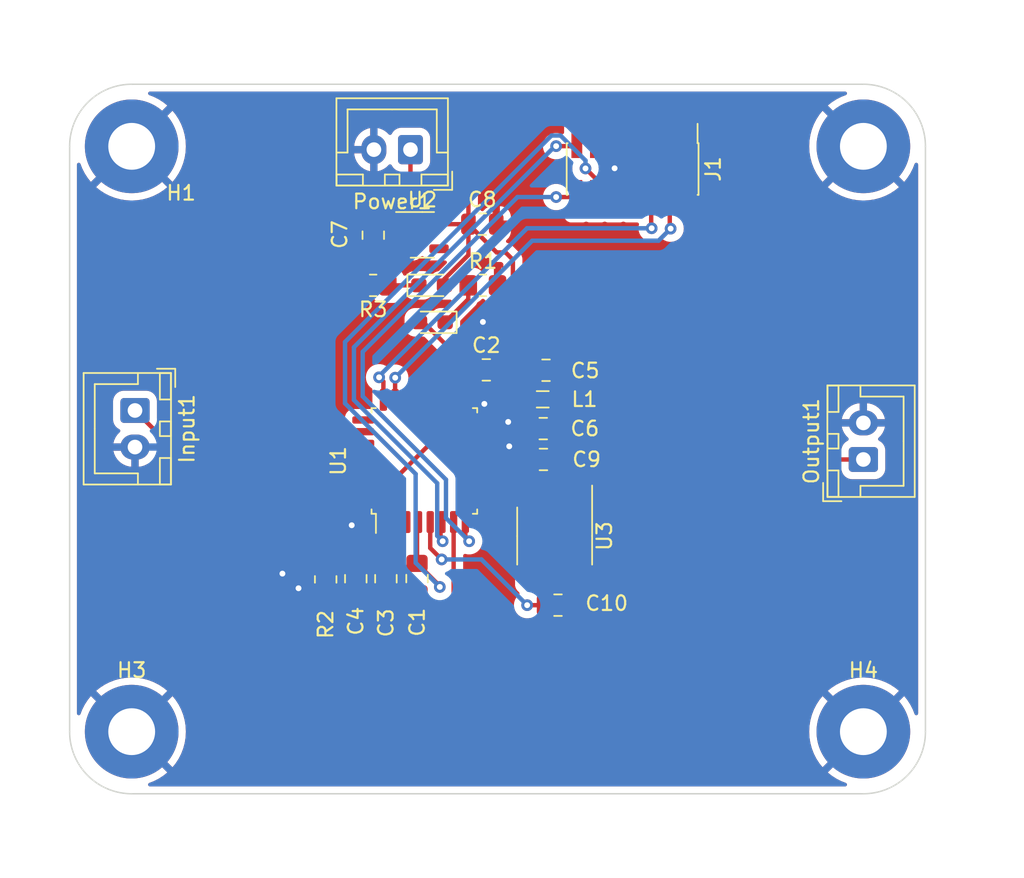
<source format=kicad_pcb>
(kicad_pcb (version 20221018) (generator pcbnew)
  (layers (0 "F.Cu" signal) (31 "B.Cu" signal) (34 "B.Paste" user) (35 "F.Paste" user) (36 "B.SilkS" user "B.Silkscreen") (37 "F.SilkS" user "F.Silkscreen") (38 "B.Mask" user) (39 "F.Mask" user) (44 "Edge.Cuts" user))
  (net 0 "")
  (net 1 "NRST")
  (net 2 "GND")
  (net 3 "+3V3")
  (net 4 "+3.3VA")
  (net 5 "+5V")
  (net 6 "Net-(D1-K)")
  (net 7 "LED_STATUS")
  (net 8 "Net-(D2-K)")
  (net 9 "DAC_OUT")
  (net 10 "ADC_IN1")
  (net 13 "SWDIO")
  (net 14 "SWDCLK")
  (net 18 "USART2_RX")
  (net 19 "USART2_TX")
  (net 20 "Net-(U1-PB9)")
  (net 23 "DAC_nLDAC")
  (net 24 "DAC_nCS")
  (net 25 "SPI1_SCK")
  (net 27 "SPI1_MOSI")
  (footprint "Capacitor_SMD:C_0805_2012Metric_Pad1.18x1.45mm_HandSolder" (layer "F.Cu") (at 110.3716 86.5477 -90)
    (fp_text reference "C3" (at 3.0187 0 90) (layer "F.SilkS"))
    (fp_text value "100n")
    (fp_line (start -0.261252 -0.735) (end 0.261252 -0.735) (stroke (width 0.12)) (layer "F.SilkS"))
    (fp_line (start -0.261252 0.735) (end 0.261252 0.735) (stroke (width 0.12)) (layer "F.SilkS"))
    (pad "1" smd roundrect (at -1.0375 0 270) (size 1.175 1.45) (layers "F.Cu" "F.Paste" "F.Mask") (roundrect_rratio 0.212766) (net 3 "+3V3"))
    (pad "2" smd roundrect (at 1.0375 0 270) (size 1.175 1.45) (layers "F.Cu" "F.Paste" "F.Mask") (roundrect_rratio 0.212766) (net 2 "GND"))
  )
  (footprint "Capacitor_SMD:C_0805_2012Metric_Pad1.18x1.45mm_HandSolder" (layer "F.Cu") (at 117.2335 72.2768)
    (fp_text reference "C2" (at 0 -1.68) (layer "F.SilkS"))
    (fp_text value "4u7")
    (fp_line (start -0.261252 -0.735) (end 0.261252 -0.735) (stroke (width 0.12)) (layer "F.SilkS"))
    (fp_line (start -0.261252 0.735) (end 0.261252 0.735) (stroke (width 0.12)) (layer "F.SilkS"))
    (pad "1" smd roundrect (at -1.0375 0) (size 1.175 1.45) (layers "F.Cu" "F.Paste" "F.Mask") (roundrect_rratio 0.212766) (net 3 "+3V3"))
    (pad "2" smd roundrect (at 1.0375 0) (size 1.175 1.45) (layers "F.Cu" "F.Paste" "F.Mask") (roundrect_rratio 0.212766) (net 2 "GND"))
  )
  (footprint "Capacitor_SMD:C_0805_2012Metric_Pad1.18x1.45mm_HandSolder" (layer "F.Cu") (at 112.5 86.5375 -90)
    (fp_text reference "C1" (at 2.9859 -0.0052 90) (layer "F.SilkS"))
    (fp_text value "100n")
    (fp_line (start -0.261252 -0.735) (end 0.261252 -0.735) (stroke (width 0.12)) (layer "F.SilkS"))
    (fp_line (start -0.261252 0.735) (end 0.261252 0.735) (stroke (width 0.12)) (layer "F.SilkS"))
    (pad "1" smd roundrect (at -1.0375 0 270) (size 1.175 1.45) (layers "F.Cu" "F.Paste" "F.Mask") (roundrect_rratio 0.212766) (net 1 "NRST"))
    (pad "2" smd roundrect (at 1.0375 0 270) (size 1.175 1.45) (layers "F.Cu" "F.Paste" "F.Mask") (roundrect_rratio 0.212766) (net 2 "GND"))
  )
  (footprint "Capacitor_SMD:C_0805_2012Metric_Pad1.18x1.45mm_HandSolder" (layer "F.Cu") (at 121.1373 78.3982 180)
    (fp_text reference "C9" (at -2.9503 0) (layer "F.SilkS"))
    (fp_text value "100n")
    (fp_line (start -0.261252 -0.735) (end 0.261252 -0.735) (stroke (width 0.12)) (layer "F.SilkS"))
    (fp_line (start -0.261252 0.735) (end 0.261252 0.735) (stroke (width 0.12)) (layer "F.SilkS"))
    (pad "1" smd roundrect (at -1.0375 0 180) (size 1.175 1.45) (layers "F.Cu" "F.Paste" "F.Mask") (roundrect_rratio 0.212766) (net 4 "+3.3VA"))
    (pad "2" smd roundrect (at 1.0375 0 180) (size 1.175 1.45) (layers "F.Cu" "F.Paste" "F.Mask") (roundrect_rratio 0.212766) (net 2 "GND"))
  )
  (footprint "Capacitor_SMD:C_0805_2012Metric_Pad1.18x1.45mm_HandSolder" (layer "F.Cu") (at 121.1247 76.2888 180)
    (fp_text reference "C6" (at -2.8409 0) (layer "F.SilkS"))
    (fp_text value "100n")
    (fp_line (start -0.261252 -0.735) (end 0.261252 -0.735) (stroke (width 0.12)) (layer "F.SilkS"))
    (fp_line (start -0.261252 0.735) (end 0.261252 0.735) (stroke (width 0.12)) (layer "F.SilkS"))
    (pad "1" smd roundrect (at -1.0375 0 180) (size 1.175 1.45) (layers "F.Cu" "F.Paste" "F.Mask") (roundrect_rratio 0.212766) (net 4 "+3.3VA"))
    (pad "2" smd roundrect (at 1.0375 0 180) (size 1.175 1.45) (layers "F.Cu" "F.Paste" "F.Mask") (roundrect_rratio 0.212766) (net 2 "GND"))
  )
  (footprint "MountingHole:MountingHole_3.2mm_M3_Pad" (layer "F.Cu") (at 93 97)
    (fp_text reference "H3" (at 0 -4.2) (layer "F.SilkS"))
    (fp_text value "MountingHole_Pad")
    (pad "1" thru_hole circle (at 0 0) (size 6.4 6.4) (drill 3.2) (layers "*.Cu" "*.Mask") (net 2 "GND"))
  )
  (footprint "MountingHole:MountingHole_3.2mm_M3_Pad" (layer "F.Cu") (at 143 97)
    (fp_text reference "H4" (at 0 -4.2) (layer "F.SilkS"))
    (fp_text value "MountingHole_Pad")
    (pad "1" thru_hole circle (at 0 0) (size 6.4 6.4) (drill 3.2) (layers "*.Cu" "*.Mask") (net 2 "GND"))
  )
  (footprint "MountingHole:MountingHole_3.2mm_M3_Pad" (layer "F.Cu") (at 93 57)
    (fp_text reference "H1" (at 3.3762 3.1864) (layer "F.SilkS"))
    (fp_text value "MountingHole_Pad")
    (pad "1" thru_hole circle (at 0 0) (size 6.4 6.4) (drill 3.2) (layers "*.Cu" "*.Mask") (net 2 "GND"))
  )
  (footprint "Capacitor_SMD:C_0805_2012Metric_Pad1.18x1.45mm_HandSolder" (layer "F.Cu") (at 108.3142 86.5477 -90)
    (fp_text reference "C4" (at 2.8995 0 90) (layer "F.SilkS"))
    (fp_text value "100n")
    (fp_line (start -0.261252 -0.735) (end 0.261252 -0.735) (stroke (width 0.12)) (layer "F.SilkS"))
    (fp_line (start -0.261252 0.735) (end 0.261252 0.735) (stroke (width 0.12)) (layer "F.SilkS"))
    (pad "1" smd roundrect (at -1.0375 0 270) (size 1.175 1.45) (layers "F.Cu" "F.Paste" "F.Mask") (roundrect_rratio 0.212766) (net 3 "+3V3"))
    (pad "2" smd roundrect (at 1.0375 0 270) (size 1.175 1.45) (layers "F.Cu" "F.Paste" "F.Mask") (roundrect_rratio 0.212766) (net 2 "GND"))
  )
  (footprint "Inductor_SMD:L_0805_2012Metric_Pad1.05x1.20mm_HandSolder" (layer "F.Cu") (at 121.0882 74.2888)
    (fp_text reference "L1" (at 2.85 0) (layer "F.SilkS"))
    (fp_text value "39n")
    (fp_line (start -0.410242 -0.56) (end 0.410242 -0.56) (stroke (width 0.12)) (layer "F.SilkS"))
    (fp_line (start -0.410242 0.56) (end 0.410242 0.56) (stroke (width 0.12)) (layer "F.SilkS"))
    (pad "1" smd roundrect (at -1.15 0) (size 1.05 1.2) (layers "F.Cu" "F.Paste" "F.Mask") (roundrect_rratio 0.238095) (net 3 "+3V3"))
    (pad "2" smd roundrect (at 1.15 0) (size 1.05 1.2) (layers "F.Cu" "F.Paste" "F.Mask") (roundrect_rratio 0.238095) (net 4 "+3.3VA"))
  )
  (footprint "Connector_JST:JST_XH_B2B-XH-A_1x02_P2.50mm_Vertical" (layer "F.Cu") (at 143 78.4 90)
    (fp_text reference "Output1" (at 1.25 -3.55 90) (layer "F.SilkS"))
    (fp_text value "Conn_01x02")
    (fp_line (start -2.85 -2.75) (end -2.85 -1.5) (stroke (width 0.12)) (layer "F.SilkS"))
    (fp_line (start -2.56 -2.46) (end -2.56 3.51) (stroke (width 0.12)) (layer "F.SilkS"))
    (fp_line (start -2.56 3.51) (end 5.06 3.51) (stroke (width 0.12)) (layer "F.SilkS"))
    (fp_line (start -2.55 -2.45) (end -2.55 -1.7) (stroke (width 0.12)) (layer "F.SilkS"))
    (fp_line (start -2.55 -1.7) (end -0.75 -1.7) (stroke (width 0.12)) (layer "F.SilkS"))
    (fp_line (start -2.55 -0.2) (end -1.8 -0.2) (stroke (width 0.12)) (layer "F.SilkS"))
    (fp_line (start -1.8 -0.2) (end -1.8 2.75) (stroke (width 0.12)) (layer "F.SilkS"))
    (fp_line (start -1.8 2.75) (end 1.25 2.75) (stroke (width 0.12)) (layer "F.SilkS"))
    (fp_line (start -1.6 -2.75) (end -2.85 -2.75) (stroke (width 0.12)) (layer "F.SilkS"))
    (fp_line (start -0.75 -2.45) (end -2.55 -2.45) (stroke (width 0.12)) (layer "F.SilkS"))
    (fp_line (start -0.75 -1.7) (end -0.75 -2.45) (stroke (width 0.12)) (layer "F.SilkS"))
    (fp_line (start 0.75 -2.45) (end 0.75 -1.7) (stroke (width 0.12)) (layer "F.SilkS"))
    (fp_line (start 0.75 -1.7) (end 1.75 -1.7) (stroke (width 0.12)) (layer "F.SilkS"))
    (fp_line (start 1.75 -2.45) (end 0.75 -2.45) (stroke (width 0.12)) (layer "F.SilkS"))
    (fp_line (start 1.75 -1.7) (end 1.75 -2.45) (stroke (width 0.12)) (layer "F.SilkS"))
    (fp_line (start 3.25 -2.45) (end 3.25 -1.7) (stroke (width 0.12)) (layer "F.SilkS"))
    (fp_line (start 3.25 -1.7) (end 5.05 -1.7) (stroke (width 0.12)) (layer "F.SilkS"))
    (fp_line (start 4.3 -0.2) (end 4.3 2.75) (stroke (width 0.12)) (layer "F.SilkS"))
    (fp_line (start 4.3 2.75) (end 1.25 2.75) (stroke (width 0.12)) (layer "F.SilkS"))
    (fp_line (start 5.05 -2.45) (end 3.25 -2.45) (stroke (width 0.12)) (layer "F.SilkS"))
    (fp_line (start 5.05 -1.7) (end 5.05 -2.45) (stroke (width 0.12)) (layer "F.SilkS"))
    (fp_line (start 5.05 -0.2) (end 4.3 -0.2) (stroke (width 0.12)) (layer "F.SilkS"))
    (fp_line (start 5.06 -2.46) (end -2.56 -2.46) (stroke (width 0.12)) (layer "F.SilkS"))
    (fp_line (start 5.06 3.51) (end 5.06 -2.46) (stroke (width 0.12)) (layer "F.SilkS"))
    (pad "1" thru_hole roundrect (at 0 0 90) (size 1.7 2) (drill 1) (layers "*.Cu" "*.Mask") (roundrect_rratio 0.147059) (net 9 "DAC_OUT"))
    (pad "2" thru_hole oval (at 2.5 0 90) (size 1.7 2) (drill 1) (layers "*.Cu" "*.Mask") (net 2 "GND"))
  )
  (footprint "Capacitor_SMD:C_0805_2012Metric" (layer "F.Cu") (at 109.508 63.0718 -90)
    (fp_text reference "C7" (at -0.0442 2.294 90) (layer "F.SilkS"))
    (fp_text value "1u")
    (fp_line (start -0.261252 -0.735) (end 0.261252 -0.735) (stroke (width 0.12)) (layer "F.SilkS"))
    (fp_line (start -0.261252 0.735) (end 0.261252 0.735) (stroke (width 0.12)) (layer "F.SilkS"))
    (pad "1" smd roundrect (at -0.95 0 270) (size 1 1.45) (layers "F.Cu" "F.Paste" "F.Mask") (net 5 "+5V"))
    (pad "2" smd roundrect (at 0.95 0 270) (size 1 1.45) (layers "F.Cu" "F.Paste" "F.Mask") (net 2 "GND"))
  )
  (footprint "Connector_PinHeader_1.27mm:PinHeader_2x07_P1.27mm_Vertical_SMD" (layer "F.Cu") (at 127.23 58.55 -90)
    (fp_text reference "J1" (at 0 -5.505 90) (layer "F.SilkS"))
    (fp_text value "Conn_02x07_Odd_Even")
    (fp_line (start -3.09 -4.44) (end -1.765 -4.44) (stroke (width 0.12)) (layer "F.SilkS"))
    (fp_line (start -1.765 -4.505) (end -1.765 -4.44) (stroke (width 0.12)) (layer "F.SilkS"))
    (fp_line (start -1.765 -4.505) (end 1.765 -4.505) (stroke (width 0.12)) (layer "F.SilkS"))
    (fp_line (start -1.765 4.44) (end -1.765 4.505) (stroke (width 0.12)) (layer "F.SilkS"))
    (fp_line (start -1.765 4.505) (end 1.765 4.505) (stroke (width 0.12)) (layer "F.SilkS"))
    (fp_line (start 1.765 -4.505) (end 1.765 -4.44) (stroke (width 0.12)) (layer "F.SilkS"))
    (fp_line (start 1.765 4.44) (end 1.765 4.505) (stroke (width 0.12)) (layer "F.SilkS"))
    (pad "1" smd rect (at -1.95 -3.81 270) (size 2.4 0.74) (layers "F.Cu" "F.Paste" "F.Mask"))
    (pad "2" smd rect (at 1.95 -3.81 270) (size 2.4 0.74) (layers "F.Cu" "F.Paste" "F.Mask"))
    (pad "3" smd rect (at -1.95 -2.54 270) (size 2.4 0.74) (layers "F.Cu" "F.Paste" "F.Mask") (net 3 "+3V3"))
    (pad "4" smd rect (at 1.95 -2.54 270) (size 2.4 0.74) (layers "F.Cu" "F.Paste" "F.Mask") (net 13 "SWDIO"))
    (pad "5" smd rect (at -1.95 -1.27 270) (size 2.4 0.74) (layers "F.Cu" "F.Paste" "F.Mask") (net 2 "GND"))
    (pad "6" smd rect (at 1.95 -1.27 270) (size 2.4 0.74) (layers "F.Cu" "F.Paste" "F.Mask") (net 14 "SWDCLK"))
    (pad "7" smd rect (at -1.95 0 270) (size 2.4 0.74) (layers "F.Cu" "F.Paste" "F.Mask") (net 2 "GND"))
    (pad "8" smd rect (at 1.95 0 270) (size 2.4 0.74) (layers "F.Cu" "F.Paste" "F.Mask"))
    (pad "9" smd rect (at -1.95 1.27 270) (size 2.4 0.74) (layers "F.Cu" "F.Paste" "F.Mask"))
    (pad "10" smd rect (at 1.95 1.27 270) (size 2.4 0.74) (layers "F.Cu" "F.Paste" "F.Mask"))
    (pad "11" smd rect (at -1.95 2.54 270) (size 2.4 0.74) (layers "F.Cu" "F.Paste" "F.Mask") (net 2 "GND"))
    (pad "12" smd rect (at 1.95 2.54 270) (size 2.4 0.74) (layers "F.Cu" "F.Paste" "F.Mask") (net 1 "NRST"))
    (pad "13" smd rect (at -1.95 3.81 270) (size 2.4 0.74) (layers "F.Cu" "F.Paste" "F.Mask") (net 18 "USART2_RX"))
    (pad "14" smd rect (at 1.95 3.81 270) (size 2.4 0.74) (layers "F.Cu" "F.Paste" "F.Mask") (net 19 "USART2_TX"))
  )
  (footprint "Package_TO_SOT_SMD:SOT-23-5" (layer "F.Cu") (at 112.8625 63.05)
    (fp_text reference "U2" (at 0 -2.4) (layer "F.SilkS"))
    (fp_text value "BU33SD5WG-TR")
    (fp_line (start 0 -1.56) (end -1.8 -1.56) (stroke (width 0.12)) (layer "F.SilkS"))
    (fp_line (start 0 -1.56) (end 0.8 -1.56) (stroke (width 0.12)) (layer "F.SilkS"))
    (fp_line (start 0 1.56) (end -0.8 1.56) (stroke (width 0.12)) (layer "F.SilkS"))
    (fp_line (start 0 1.56) (end 0.8 1.56) (stroke (width 0.12)) (layer "F.SilkS"))
    (pad "1" smd roundrect (at -1.1375 -0.95) (size 1.325 0.6) (layers "F.Cu" "F.Paste" "F.Mask") (net 5 "+5V"))
    (pad "2" smd roundrect (at -1.1375 0) (size 1.325 0.6) (layers "F.Cu" "F.Paste" "F.Mask") (net 2 "GND"))
    (pad "3" smd roundrect (at -1.1375 0.95) (size 1.325 0.6) (layers "F.Cu" "F.Paste" "F.Mask") (net 5 "+5V"))
    (pad "4" smd roundrect (at 1.1375 0.95) (size 1.325 0.6) (layers "F.Cu" "F.Paste" "F.Mask"))
    (pad "5" smd roundrect (at 1.1375 -0.95) (size 1.325 0.6) (layers "F.Cu" "F.Paste" "F.Mask") (net 3 "+3V3"))
  )
  (footprint "Connector_JST:JST_XH_B2B-XH-A_1x02_P2.50mm_Vertical" (layer "F.Cu") (at 112.05 57.225 180)
    (fp_text reference "Power1" (at 1.25 -3.55 180) (layer "F.SilkS"))
    (fp_text value "Conn_01x02")
    (fp_line (start -2.85 -2.75) (end -2.85 -1.5) (stroke (width 0.12)) (layer "F.SilkS"))
    (fp_line (start -2.56 -2.46) (end -2.56 3.51) (stroke (width 0.12)) (layer "F.SilkS"))
    (fp_line (start -2.56 3.51) (end 5.06 3.51) (stroke (width 0.12)) (layer "F.SilkS"))
    (fp_line (start -2.55 -2.45) (end -2.55 -1.7) (stroke (width 0.12)) (layer "F.SilkS"))
    (fp_line (start -2.55 -1.7) (end -0.75 -1.7) (stroke (width 0.12)) (layer "F.SilkS"))
    (fp_line (start -2.55 -0.2) (end -1.8 -0.2) (stroke (width 0.12)) (layer "F.SilkS"))
    (fp_line (start -1.8 -0.2) (end -1.8 2.75) (stroke (width 0.12)) (layer "F.SilkS"))
    (fp_line (start -1.8 2.75) (end 1.25 2.75) (stroke (width 0.12)) (layer "F.SilkS"))
    (fp_line (start -1.6 -2.75) (end -2.85 -2.75) (stroke (width 0.12)) (layer "F.SilkS"))
    (fp_line (start -0.75 -2.45) (end -2.55 -2.45) (stroke (width 0.12)) (layer "F.SilkS"))
    (fp_line (start -0.75 -1.7) (end -0.75 -2.45) (stroke (width 0.12)) (layer "F.SilkS"))
    (fp_line (start 0.75 -2.45) (end 0.75 -1.7) (stroke (width 0.12)) (layer "F.SilkS"))
    (fp_line (start 0.75 -1.7) (end 1.75 -1.7) (stroke (width 0.12)) (layer "F.SilkS"))
    (fp_line (start 1.75 -2.45) (end 0.75 -2.45) (stroke (width 0.12)) (layer "F.SilkS"))
    (fp_line (start 1.75 -1.7) (end 1.75 -2.45) (stroke (width 0.12)) (layer "F.SilkS"))
    (fp_line (start 3.25 -2.45) (end 3.25 -1.7) (stroke (width 0.12)) (layer "F.SilkS"))
    (fp_line (start 3.25 -1.7) (end 5.05 -1.7) (stroke (width 0.12)) (layer "F.SilkS"))
    (fp_line (start 4.3 -0.2) (end 4.3 2.75) (stroke (width 0.12)) (layer "F.SilkS"))
    (fp_line (start 4.3 2.75) (end 1.25 2.75) (stroke (width 0.12)) (layer "F.SilkS"))
    (fp_line (start 5.05 -2.45) (end 3.25 -2.45) (stroke (width 0.12)) (layer "F.SilkS"))
    (fp_line (start 5.05 -1.7) (end 5.05 -2.45) (stroke (width 0.12)) (layer "F.SilkS"))
    (fp_line (start 5.05 -0.2) (end 4.3 -0.2) (stroke (width 0.12)) (layer "F.SilkS"))
    (fp_line (start 5.06 -2.46) (end -2.56 -2.46) (stroke (width 0.12)) (layer "F.SilkS"))
    (fp_line (start 5.06 3.51) (end 5.06 -2.46) (stroke (width 0.12)) (layer "F.SilkS"))
    (pad "1" thru_hole roundrect (at 0 0 180) (size 1.7 2) (drill 1) (layers "*.Cu" "*.Mask") (roundrect_rratio 0.147059) (net 5 "+5V"))
    (pad "2" thru_hole oval (at 2.5 0 180) (size 1.7 2) (drill 1) (layers "*.Cu" "*.Mask") (net 2 "GND"))
  )
  (footprint "Capacitor_SMD:C_0805_2012Metric" (layer "F.Cu") (at 121.3138 72.3022 180)
    (fp_text reference "C5" (at -2.6772 -0.0254) (layer "F.SilkS"))
    (fp_text value "1u")
    (fp_line (start -0.261252 -0.735) (end 0.261252 -0.735) (stroke (width 0.12)) (layer "F.SilkS"))
    (fp_line (start -0.261252 0.735) (end 0.261252 0.735) (stroke (width 0.12)) (layer "F.SilkS"))
    (pad "1" smd roundrect (at -0.95 0 180) (size 1 1.45) (layers "F.Cu" "F.Paste" "F.Mask") (net 4 "+3.3VA"))
    (pad "2" smd roundrect (at 0.95 0 180) (size 1 1.45) (layers "F.Cu" "F.Paste" "F.Mask") (net 2 "GND"))
  )
  (footprint "Resistor_SMD:R_0805_2012Metric_Pad1.20x1.40mm_HandSolder" (layer "F.Cu") (at 106.2568 86.593 -90)
    (fp_text reference "R2" (at 3.0828 0 90) (layer "F.SilkS"))
    (fp_text value "1k")
    (fp_line (start -0.227064 -0.735) (end 0.227064 -0.735) (stroke (width 0.12)) (layer "F.SilkS"))
    (fp_line (start -0.227064 0.735) (end 0.227064 0.735) (stroke (width 0.12)) (layer "F.SilkS"))
    (pad "1" smd roundrect (at -1 0 270) (size 1.2 1.4) (layers "F.Cu" "F.Paste" "F.Mask") (roundrect_rratio 0.208333) (net 20 "Net-(U1-PB9)"))
    (pad "2" smd roundrect (at 1 0 270) (size 1.2 1.4) (layers "F.Cu" "F.Paste" "F.Mask") (roundrect_rratio 0.208333) (net 2 "GND"))
  )
  (footprint "Resistor_SMD:R_0805_2012Metric_Pad1.20x1.40mm_HandSolder" (layer "F.Cu") (at 109.5 66.5 180)
    (fp_text reference "R3" (at 0 -1.65) (layer "F.SilkS"))
    (fp_text value "1k")
    (fp_line (start -0.227064 -0.735) (end 0.227064 -0.735) (stroke (width 0.12)) (layer "F.SilkS"))
    (fp_line (start -0.227064 0.735) (end 0.227064 0.735) (stroke (width 0.12)) (layer "F.SilkS"))
    (pad "1" smd roundrect (at -1 0 180) (size 1.2 1.4) (layers "F.Cu" "F.Paste" "F.Mask") (roundrect_rratio 0.208333) (net 8 "Net-(D2-K)"))
    (pad "2" smd roundrect (at 1 0 180) (size 1.2 1.4) (layers "F.Cu" "F.Paste" "F.Mask") (roundrect_rratio 0.208333) (net 2 "GND"))
  )
  (footprint "Package_SO:SOIC-8_3.9x4.9mm_P1.27mm" (layer "F.Cu") (at 121.9032 83.6306 -90)
    (fp_text reference "U3" (at 0 -3.4 90) (layer "F.SilkS"))
    (fp_text value "MCP4801-EMC")
    (fp_line (start 0 -2.56) (end -3.45 -2.56) (stroke (width 0.12)) (layer "F.SilkS"))
    (fp_line (start 0 -2.56) (end 1.95 -2.56) (stroke (width 0.12)) (layer "F.SilkS"))
    (fp_line (start 0 2.56) (end -1.95 2.56) (stroke (width 0.12)) (layer "F.SilkS"))
    (fp_line (start 0 2.56) (end 1.95 2.56) (stroke (width 0.12)) (layer "F.SilkS"))
    (pad "1" smd roundrect (at -2.475 -1.905 270) (size 1.95 0.6) (layers "F.Cu" "F.Paste" "F.Mask") (net 4 "+3.3VA"))
    (pad "2" smd roundrect (at -2.475 -0.635 270) (size 1.95 0.6) (layers "F.Cu" "F.Paste" "F.Mask") (net 24 "DAC_nCS"))
    (pad "3" smd roundrect (at -2.475 0.635 270) (size 1.95 0.6) (layers "F.Cu" "F.Paste" "F.Mask") (net 25 "SPI1_SCK"))
    (pad "4" smd roundrect (at -2.475 1.905 270) (size 1.95 0.6) (layers "F.Cu" "F.Paste" "F.Mask") (net 27 "SPI1_MOSI"))
    (pad "5" smd roundrect (at 2.475 1.905 270) (size 1.95 0.6) (layers "F.Cu" "F.Paste" "F.Mask") (net 23 "DAC_nLDAC"))
    (pad "6" smd roundrect (at 2.475 0.635 270) (size 1.95 0.6) (layers "F.Cu" "F.Paste" "F.Mask") (net 4 "+3.3VA"))
    (pad "7" smd roundrect (at 2.475 -0.635 270) (size 1.95 0.6) (layers "F.Cu" "F.Paste" "F.Mask") (net 2 "GND"))
    (pad "8" smd roundrect (at 2.475 -1.905 270) (size 1.95 0.6) (layers "F.Cu" "F.Paste" "F.Mask") (net 9 "DAC_OUT"))
  )
  (footprint "Connector_JST:JST_XH_B2B-XH-A_1x02_P2.50mm_Vertical" (layer "F.Cu") (at 93.225 75.05 -90)
    (fp_text reference "Input1" (at 1.25 -3.55 -90) (layer "F.SilkS"))
    (fp_text value "Conn_01x02")
    (fp_line (start -2.85 -2.75) (end -2.85 -1.5) (stroke (width 0.12)) (layer "F.SilkS"))
    (fp_line (start -2.56 -2.46) (end -2.56 3.51) (stroke (width 0.12)) (layer "F.SilkS"))
    (fp_line (start -2.56 3.51) (end 5.06 3.51) (stroke (width 0.12)) (layer "F.SilkS"))
    (fp_line (start -2.55 -2.45) (end -2.55 -1.7) (stroke (width 0.12)) (layer "F.SilkS"))
    (fp_line (start -2.55 -1.7) (end -0.75 -1.7) (stroke (width 0.12)) (layer "F.SilkS"))
    (fp_line (start -2.55 -0.2) (end -1.8 -0.2) (stroke (width 0.12)) (layer "F.SilkS"))
    (fp_line (start -1.8 -0.2) (end -1.8 2.75) (stroke (width 0.12)) (layer "F.SilkS"))
    (fp_line (start -1.8 2.75) (end 1.25 2.75) (stroke (width 0.12)) (layer "F.SilkS"))
    (fp_line (start -1.6 -2.75) (end -2.85 -2.75) (stroke (width 0.12)) (layer "F.SilkS"))
    (fp_line (start -0.75 -2.45) (end -2.55 -2.45) (stroke (width 0.12)) (layer "F.SilkS"))
    (fp_line (start -0.75 -1.7) (end -0.75 -2.45) (stroke (width 0.12)) (layer "F.SilkS"))
    (fp_line (start 0.75 -2.45) (end 0.75 -1.7) (stroke (width 0.12)) (layer "F.SilkS"))
    (fp_line (start 0.75 -1.7) (end 1.75 -1.7) (stroke (width 0.12)) (layer "F.SilkS"))
    (fp_line (start 1.75 -2.45) (end 0.75 -2.45) (stroke (width 0.12)) (layer "F.SilkS"))
    (fp_line (start 1.75 -1.7) (end 1.75 -2.45) (stroke (width 0.12)) (layer "F.SilkS"))
    (fp_line (start 3.25 -2.45) (end 3.25 -1.7) (stroke (width 0.12)) (layer "F.SilkS"))
    (fp_line (start 3.25 -1.7) (end 5.05 -1.7) (stroke (width 0.12)) (layer "F.SilkS"))
    (fp_line (start 4.3 -0.2) (end 4.3 2.75) (stroke (width 0.12)) (layer "F.SilkS"))
    (fp_line (start 4.3 2.75) (end 1.25 2.75) (stroke (width 0.12)) (layer "F.SilkS"))
    (fp_line (start 5.05 -2.45) (end 3.25 -2.45) (stroke (width 0.12)) (layer "F.SilkS"))
    (fp_line (start 5.05 -1.7) (end 5.05 -2.45) (stroke (width 0.12)) (layer "F.SilkS"))
    (fp_line (start 5.05 -0.2) (end 4.3 -0.2) (stroke (width 0.12)) (layer "F.SilkS"))
    (fp_line (start 5.06 -2.46) (end -2.56 -2.46) (stroke (width 0.12)) (layer "F.SilkS"))
    (fp_line (start 5.06 3.51) (end 5.06 -2.46) (stroke (width 0.12)) (layer "F.SilkS"))
    (pad "1" thru_hole roundrect (at 0 0 270) (size 1.7 2) (drill 1) (layers "*.Cu" "*.Mask") (roundrect_rratio 0.147059) (net 10 "ADC_IN1"))
    (pad "2" thru_hole oval (at 2.5 0 270) (size 1.7 2) (drill 1) (layers "*.Cu" "*.Mask") (net 2 "GND"))
  )
  (footprint "Capacitor_SMD:C_0805_2012Metric" (layer "F.Cu") (at 122.1318 88.355)
    (fp_text reference "C10" (at 3.3274 -0.127 180) (layer "F.SilkS"))
    (fp_text value "10u")
    (fp_line (start -0.261252 -0.735) (end 0.261252 -0.735) (stroke (width 0.12)) (layer "F.SilkS"))
    (fp_line (start -0.261252 0.735) (end 0.261252 0.735) (stroke (width 0.12)) (layer "F.SilkS"))
    (pad "1" smd roundrect (at -0.95 0) (size 1 1.45) (layers "F.Cu" "F.Paste" "F.Mask") (net 4 "+3.3VA"))
    (pad "2" smd roundrect (at 0.95 0) (size 1 1.45) (layers "F.Cu" "F.Paste" "F.Mask") (net 2 "GND"))
  )
  (footprint "Capacitor_SMD:C_0805_2012Metric" (layer "F.Cu") (at 116.9604 62.32)
    (fp_text reference "C8" (at 0 -1.68) (layer "F.SilkS"))
    (fp_text value "1u")
    (fp_line (start -0.261252 -0.735) (end 0.261252 -0.735) (stroke (width 0.12)) (layer "F.SilkS"))
    (fp_line (start -0.261252 0.735) (end 0.261252 0.735) (stroke (width 0.12)) (layer "F.SilkS"))
    (pad "1" smd roundrect (at -0.95 0) (size 1 1.45) (layers "F.Cu" "F.Paste" "F.Mask") (net 3 "+3V3"))
    (pad "2" smd roundrect (at 0.95 0) (size 1 1.45) (layers "F.Cu" "F.Paste" "F.Mask") (net 2 "GND"))
  )
  (footprint "LED_SMD:LED_0603_1608Metric_Pad1.05x0.95mm_HandSolder" (layer "F.Cu") (at 113.5 66.5)
    (fp_text reference "D2" hide)
    (fp_text value "LED")
    (fp_line (start -1.66 -0.735) (end -1.66 0.735) (stroke (width 0.12)) (layer "F.SilkS"))
    (fp_line (start -1.66 0.735) (end 0.8 0.735) (stroke (width 0.12)) (layer "F.SilkS"))
    (fp_line (start 0.8 -0.735) (end -1.66 -0.735) (stroke (width 0.12)) (layer "F.SilkS"))
    (pad "1" smd roundrect (at -0.875 0) (size 1.05 0.95) (layers "F.Cu" "F.Paste" "F.Mask") (net 8 "Net-(D2-K)"))
    (pad "2" smd roundrect (at 0.875 0) (size 1.05 0.95) (layers "F.Cu" "F.Paste" "F.Mask") (net 3 "+3V3"))
  )
  (footprint "LED_SMD:LED_0603_1608Metric_Pad1.05x0.95mm_HandSolder" (layer "F.Cu") (at 113.5455 69.0256 180)
    (fp_text reference "D1" hide)
    (fp_text value "LED")
    (fp_line (start -1.66 -0.735) (end -1.66 0.735) (stroke (width 0.12)) (layer "F.SilkS"))
    (fp_line (start -1.66 0.735) (end 0.8 0.735) (stroke (width 0.12)) (layer "F.SilkS"))
    (fp_line (start 0.8 -0.735) (end -1.66 -0.735) (stroke (width 0.12)) (layer "F.SilkS"))
    (pad "1" smd roundrect (at -0.875 0 180) (size 1.05 0.95) (layers "F.Cu" "F.Paste" "F.Mask") (net 6 "Net-(D1-K)"))
    (pad "2" smd roundrect (at 0.875 0 180) (size 1.05 0.95) (layers "F.Cu" "F.Paste" "F.Mask") (net 7 "LED_STATUS"))
  )
  (footprint "MountingHole:MountingHole_3.2mm_M3_Pad" (layer "F.Cu") (at 143 57)
    (fp_text reference "H2" hide)
    (fp_text value "MountingHole_Pad")
    (pad "1" thru_hole circle (at 0 0) (size 6.4 6.4) (drill 3.2) (layers "*.Cu" "*.Mask") (net 2 "GND"))
  )
  (footprint "Resistor_SMD:R_0805_2012Metric_Pad1.20x1.40mm_HandSolder" (layer "F.Cu") (at 117 66.5)
    (fp_text reference "R1" (at 0 -1.65) (layer "F.SilkS"))
    (fp_text value "1k")
    (fp_line (start -0.227064 -0.735) (end 0.227064 -0.735) (stroke (width 0.12)) (layer "F.SilkS"))
    (fp_line (start -0.227064 0.735) (end 0.227064 0.735) (stroke (width 0.12)) (layer "F.SilkS"))
    (pad "1" smd roundrect (at -1 0) (size 1.2 1.4) (layers "F.Cu" "F.Paste" "F.Mask") (roundrect_rratio 0.208333) (net 6 "Net-(D1-K)"))
    (pad "2" smd roundrect (at 1 0) (size 1.2 1.4) (layers "F.Cu" "F.Paste" "F.Mask") (roundrect_rratio 0.208333) (net 2 "GND"))
  )
  (footprint "Package_QFP:LQFP-32_7x7mm_P0.8mm" (layer "F.Cu") (at 113 78.5 90)
    (fp_text reference "U1" (at 0 -5.88 90) (layer "F.SilkS"))
    (fp_text value "STM32L021K4Tx")
    (fp_line (start -3.61 -3.61) (end -3.61 -3.31) (stroke (width 0.12)) (layer "F.SilkS"))
    (fp_line (start -3.61 -3.31) (end -4.925 -3.31) (stroke (width 0.12)) (layer "F.SilkS"))
    (fp_line (start -3.61 3.61) (end -3.61 3.31) (stroke (width 0.12)) (layer "F.SilkS"))
    (fp_line (start -3.31 -3.61) (end -3.61 -3.61) (stroke (width 0.12)) (layer "F.SilkS"))
    (fp_line (start -3.31 3.61) (end -3.61 3.61) (stroke (width 0.12)) (layer "F.SilkS"))
    (fp_line (start 3.31 -3.61) (end 3.61 -3.61) (stroke (width 0.12)) (layer "F.SilkS"))
    (fp_line (start 3.31 3.61) (end 3.61 3.61) (stroke (width 0.12)) (layer "F.SilkS"))
    (fp_line (start 3.61 -3.61) (end 3.61 -3.31) (stroke (width 0.12)) (layer "F.SilkS"))
    (fp_line (start 3.61 3.61) (end 3.61 3.31) (stroke (width 0.12)) (layer "F.SilkS"))
    (pad "1" smd roundrect (at -4.175 -2.8 90) (size 1.5 0.5) (layers "F.Cu" "F.Paste" "F.Mask") (net 3 "+3V3"))
    (pad "2" smd roundrect (at -4.175 -2 90) (size 1.5 0.5) (layers "F.Cu" "F.Paste" "F.Mask"))
    (pad "3" smd roundrect (at -4.175 -1.2 90) (size 1.5 0.5) (layers "F.Cu" "F.Paste" "F.Mask"))
    (pad "4" smd roundrect (at -4.175 -0.4 90) (size 1.5 0.5) (layers "F.Cu" "F.Paste" "F.Mask") (net 1 "NRST"))
    (pad "5" smd roundrect (at -4.175 0.4 90) (size 1.5 0.5) (layers "F.Cu" "F.Paste" "F.Mask") (net 4 "+3.3VA"))
    (pad "6" smd roundrect (at -4.175 1.2 90) (size 1.5 0.5) (layers "F.Cu" "F.Paste" "F.Mask") (net 18 "USART2_RX"))
    (pad "7" smd roundrect (at -4.175 2 90) (size 1.5 0.5) (layers "F.Cu" "F.Paste" "F.Mask") (net 10 "ADC_IN1"))
    (pad "8" smd roundrect (at -4.175 2.8 90) (size 1.5 0.5) (layers "F.Cu" "F.Paste" "F.Mask") (net 19 "USART2_TX"))
    (pad "9" smd roundrect (at -2.8 4.175 90) (size 0.5 1.5) (layers "F.Cu" "F.Paste" "F.Mask") (net 23 "DAC_nLDAC"))
    (pad "10" smd roundrect (at -2 4.175 90) (size 0.5 1.5) (layers "F.Cu" "F.Paste" "F.Mask") (net 24 "DAC_nCS"))
    (pad "11" smd roundrect (at -1.2 4.175 90) (size 0.5 1.5) (layers "F.Cu" "F.Paste" "F.Mask") (net 25 "SPI1_SCK"))
    (pad "12" smd roundrect (at -0.4 4.175 90) (size 0.5 1.5) (layers "F.Cu" "F.Paste" "F.Mask"))
    (pad "13" smd roundrect (at 0.4 4.175 90) (size 0.5 1.5) (layers "F.Cu" "F.Paste" "F.Mask") (net 27 "SPI1_MOSI"))
    (pad "14" smd roundrect (at 1.2 4.175 90) (size 0.5 1.5) (layers "F.Cu" "F.Paste" "F.Mask"))
    (pad "15" smd roundrect (at 2 4.175 90) (size 0.5 1.5) (layers "F.Cu" "F.Paste" "F.Mask"))
    (pad "16" smd roundrect (at 2.8 4.175 90) (size 0.5 1.5) (layers "F.Cu" "F.Paste" "F.Mask") (net 2 "GND"))
    (pad "17" smd roundrect (at 4.175 2.8 90) (size 1.5 0.5) (layers "F.Cu" "F.Paste" "F.Mask") (net 3 "+3V3"))
    (pad "18" smd roundrect (at 4.175 2 90) (size 1.5 0.5) (layers "F.Cu" "F.Paste" "F.Mask") (net 7 "LED_STATUS"))
    (pad "19" smd roundrect (at 4.175 1.2 90) (size 1.5 0.5) (layers "F.Cu" "F.Paste" "F.Mask"))
    (pad "20" smd roundrect (at 4.175 0.4 90) (size 1.5 0.5) (layers "F.Cu" "F.Paste" "F.Mask"))
    (pad "21" smd roundrect (at 4.175 -0.4 90) (size 1.5 0.5) (layers "F.Cu" "F.Paste" "F.Mask"))
    (pad "22" smd roundrect (at 4.175 -1.2 90) (size 1.5 0.5) (layers "F.Cu" "F.Paste" "F.Mask"))
    (pad "23" smd roundrect (at 4.175 -2 90) (size 1.5 0.5) (layers "F.Cu" "F.Paste" "F.Mask") (net 13 "SWDIO"))
    (pad "24" smd roundrect (at 4.175 -2.8 90) (size 1.5 0.5) (layers "F.Cu" "F.Paste" "F.Mask") (net 14 "SWDCLK"))
    (pad "25" smd roundrect (at 2.8 -4.175 90) (size 0.5 1.5) (layers "F.Cu" "F.Paste" "F.Mask"))
    (pad "26" smd roundrect (at 2 -4.175 90) (size 0.5 1.5) (layers "F.Cu" "F.Paste" "F.Mask"))
    (pad "27" smd roundrect (at 1.2 -4.175 90) (size 0.5 1.5) (layers "F.Cu" "F.Paste" "F.Mask"))
    (pad "28" smd roundrect (at 0.4 -4.175 90) (size 0.5 1.5) (layers "F.Cu" "F.Paste" "F.Mask"))
    (pad "29" smd roundrect (at -0.4 -4.175 90) (size 0.5 1.5) (layers "F.Cu" "F.Paste" "F.Mask"))
    (pad "30" smd roundrect (at -1.2 -4.175 90) (size 0.5 1.5) (layers "F.Cu" "F.Paste" "F.Mask"))
    (pad "31" smd roundrect (at -2 -4.175 90) (size 0.5 1.5) (layers "F.Cu" "F.Paste" "F.Mask") (net 20 "Net-(U1-PB9)"))
    (pad "32" smd roundrect (at -2.8 -4.175 90) (size 0.5 1.5) (layers "F.Cu" "F.Paste" "F.Mask") (net 2 "GND"))
  )
  (gr_arc (start 147.24264 97) (mid 146 100) (end 143 101.24264) (stroke (width 0.1)) (layer "Edge.Cuts"))
  (gr_arc (start 143 52.75736) (mid 146 54) (end 147.24264 57) (stroke (width 0.1)) (layer "Edge.Cuts"))
  (gr_arc (start 88.75736 57) (mid 90 54) (end 93 52.75736) (stroke (width 0.1)) (layer "Edge.Cuts"))
  (gr_line (start 88.75736 97) (end 88.75736 57) (stroke (width 0.1)) (layer "Edge.Cuts"))
  (gr_line (start 93 52.75736) (end 143 52.75736) (stroke (width 0.1)) (layer "Edge.Cuts"))
  (gr_arc (start 93 101.24264) (mid 90 100) (end 88.75736 97) (stroke (width 0.1)) (layer "Edge.Cuts"))
  (gr_line (start 147.24264 57) (end 147.24264 97) (stroke (width 0.1)) (layer "Edge.Cuts"))
  (gr_line (start 143 101.24264) (end 93 101.24264) (stroke (width 0.1)) (layer "Edge.Cuts"))
  (segment (start 112.5 85.5) (end 112.5 82.775) (width 0.3) (layer "F.Cu") (net 1))
  (segment (start 124.69 59.1886) (end 124.0114 58.51) (width 0.3) (layer "F.Cu") (net 1))
  (segment (start 124.69 60.5) (end 124.69 59.1886) (width 0.3) (layer "F.Cu") (net 1))
  (segment (start 114.0546 87.0546) (end 112.5 85.5) (width 0.3) (layer "F.Cu") (net 1))
  (segment (start 114.0546 87.1104) (end 114.0546 87.0546) (width 0.3) (layer "F.Cu") (net 1))
  (segment (start 112.5 82.775) (end 112.6 82.675) (width 0.3) (layer "F.Cu") (net 1))
  (via (at 114.0546 87.1104) (size 0.8) (drill 0.4) (layers "F.Cu" "B.Cu") (net 1))
  (via (at 124.0114 58.51) (size 0.8) (drill 0.4) (layers "F.Cu" "B.Cu") (net 1))
  (segment (start 107.5776 74.5628) (end 107.5776 70.3718) (width 0.3) (layer "B.Cu") (net 1))
  (segment (start 122.305105 56.261) (end 124.0114 57.967295) (width 0.3) (layer "B.Cu") (net 1))
  (segment (start 107.5776 70.3718) (end 121.6884 56.261) (width 0.3) (layer "B.Cu") (net 1))
  (segment (start 112.4036 85.4594) (end 112.4036 79.3888) (width 0.3) (layer "B.Cu") (net 1))
  (segment (start 114.0546 87.1104) (end 112.4036 85.4594) (width 0.3) (layer "B.Cu") (net 1))
  (segment (start 124.0114 57.967295) (end 124.0114 58.51) (width 0.3) (layer "B.Cu") (net 1))
  (segment (start 121.6884 56.261) (end 122.305105 56.261) (width 0.3) (layer "B.Cu") (net 1))
  (segment (start 112.4036 79.3888) (end 107.5776 74.5628) (width 0.3) (layer "B.Cu") (net 1))
  (segment (start 120.0998 78.3982) (end 120.0872 78.3856) (width 0.3) (layer "F.Cu") (net 2))
  (segment (start 120.3384 72.2768) (end 120.3638 72.3022) (width 0.3) (layer "F.Cu") (net 2))
  (segment (start 118.271 72.2768) (end 120.3384 72.2768) (width 0.3) (layer "F.Cu") (net 2))
  (segment (start 110.4798 63.05) (end 109.508 64.0218) (width 0.3) (layer "F.Cu") (net 2))
  (segment (start 119.1842 76.2888) (end 118.7282 75.8328) (width 0.3) (layer "F.Cu") (net 2))
  (segment (start 120.0872 76.2888) (end 119.1842 76.2888) (width 0.3) (layer "F.Cu") (net 2))
  (segment (start 124.69 56.6) (end 124.69 57.43) (width 0.3) (layer "F.Cu") (net 2))
  (segment (start 126 58.5) (end 126.0154 58.4846) (width 0.3) (layer "F.Cu") (net 2))
  (segment (start 127.23 57.6028) (end 127.23 56.6) (width 0.3) (layer "F.Cu") (net 2))
  (segment (start 125.7446 58.4846) (end 125.9846 58.4846) (width 0.3) (layer "F.Cu") (net 2))
  (segment (start 126.0154 58.4846) (end 126.3482 58.4846) (width 0.3) (layer "F.Cu") (net 2))
  (segment (start 108.3064 87.593) (end 108.3142 87.5852) (width 0.3) (layer "F.Cu") (net 2))
  (segment (start 118.5954 75.7) (end 118.7282 75.8328) (width 0.3) (layer "F.Cu") (net 2))
  (segment (start 126.3482 58.4846) (end 127.23 57.6028) (width 0.3) (layer "F.Cu") (net 2))
  (segment (start 106.2568 87.593) (end 108.3064 87.593) (width 0.3) (layer "F.Cu") (net 2))
  (segment (start 120.0872 76.2888) (end 120.0872 78.3856) (width 0.3) (layer "F.Cu") (net 2))
  (segment (start 108.825 82.1038) (end 108.0348 82.894) (width 0.3) (layer "F.Cu") (net 2))
  (segment (start 111.725 63.05) (end 110.4798 63.05) (width 0.3) (layer "F.Cu") (net 2))
  (segment (start 108.825 81.3) (end 108.825 82.1038) (width 0.3) (layer "F.Cu") (net 2))
  (segment (start 119.2016 77.5) (end 120.0998 78.3982) (width 0.3) (layer "F.Cu") (net 2))
  (segment (start 110.3716 87.5852) (end 112.4898 87.5852) (width 0.3) (layer "F.Cu") (net 2))
  (segment (start 112.4898 87.5852) (end 112.5 87.575) (width 0.3) (layer "F.Cu") (net 2))
  (segment (start 108.3142 87.5852) (end 110.3716 87.5852) (width 0.3) (layer "F.Cu") (net 2))
  (segment (start 122.5382 87.8114) (end 123.0818 88.355) (width 0.3) (layer "F.Cu") (net 2))
  (segment (start 124.69 57.43) (end 125.7446 58.4846) (width 0.3) (layer "F.Cu") (net 2))
  (segment (start 125.9846 58.4846) (end 126 58.5) (width 0.3) (layer "F.Cu") (net 2))
  (segment (start 118.8 77.5) (end 119.2016 77.5) (width 0.3) (layer "F.Cu") (net 2))
  (segment (start 122.5382 86.1056) (end 122.5382 87.8114) (width 0.3) (layer "F.Cu") (net 2))
  (segment (start 117.175 75.7) (end 118.5954 75.7) (width 0.3) (layer "F.Cu") (net 2))
  (via (at 126 58.5) (size 0.8) (drill 0.4) (layers "F.Cu" "B.Cu") (net 2))
  (via (at 117 69) (size 0.8) (drill 0.4) (layers "F.Cu" "B.Cu") (net 2))
  (via (at 104.4 87.2) (size 0.8) (drill 0.4) (layers "F.Cu" "B.Cu") (net 2))
  (via (at 118.8 77.5) (size 0.8) (drill 0.4) (layers "F.Cu" "B.Cu") (net 2))
  (via (at 108.0348 82.894) (size 0.8) (drill 0.4) (layers "F.Cu" "B.Cu") (net 2))
  (via (at 118.7282 75.8328) (size 0.8) (drill 0.4) (layers "F.Cu" "B.Cu") (net 2))
  (via (at 117.1 74.6) (size 0.8) (drill 0.4) (layers "F.Cu" "B.Cu") (net 2))
  (via (at 103.3 86.2) (size 0.8) (drill 0.4) (layers "F.Cu" "B.Cu") (net 2))
  (segment (start 108.3142 85.5102) (end 108.3142 84.5608) (width 0.3) (layer "F.Cu") (net 3))
  (segment (start 117.9408 64.2504) (end 118.5504 64.2504) (width 0.3) (layer "F.Cu") (net 3))
  (segment (start 114.22 62.32) (end 114 62.1) (width 0.3) (layer "F.Cu") (net 3))
  (segment (start 119.05 69.4228) (end 116.196 72.2768) (width 0.3) (layer "F.Cu") (net 3))
  (segment (start 116.0104 59.8308) (end 121.0904 54.7508) (width 0.3) (layer "F.Cu") (net 3))
  (segment (start 110.3716 85.5102) (end 110.3716 82.8466) (width 0.3) (layer "F.Cu") (net 3))
  (segment (start 118.5504 64.2504) (end 119.05 64.75) (width 0.3) (layer "F.Cu") (net 3))
  (segment (start 116.196 72.2768) (end 118.208 74.2888) (width 0.3) (layer "F.Cu") (net 3))
  (segment (start 110.2 82.675) (end 110.2 80.51486) (width 0.3) (layer "F.Cu") (net 3))
  (segment (start 116.0104 62.32) (end 114.22 62.32) (width 0.3) (layer "F.Cu") (net 3))
  (segment (start 108.3142 84.5608) (end 110.2 82.675) (width 0.3) (layer "F.Cu") (net 3))
  (segment (start 110.2192 85.5422) (end 110.2446 85.5676) (width 0.3) (layer "F.Cu") (net 3))
  (segment (start 129.77 55.1) (end 129.77 56.6) (width 0.3) (layer "F.Cu") (net 3))
  (segment (start 108.3142 85.5102) (end 110.3716 85.5102) (width 0.3) (layer "F.Cu") (net 3))
  (segment (start 121.0904 54.7508) (end 129.4208 54.7508) (width 0.3) (layer "F.Cu") (net 3))
  (segment (start 118.208 74.2888) (end 119.9382 74.2888) (width 0.3) (layer "F.Cu") (net 3))
  (segment (start 110.2 80.51486) (end 115.8 74.91486) (width 0.3) (layer "F.Cu") (net 3))
  (segment (start 116.0104 64.4282) (end 116.0104 62.32) (width 0.3) (layer "F.Cu") (net 3))
  (segment (start 116.196 72.2768) (end 116.196 73.929) (width 0.3) (layer "F.Cu") (net 3))
  (segment (start 119.05 64.75) (end 119.05 69.4228) (width 0.3) (layer "F.Cu") (net 3))
  (segment (start 114.375 66.5) (end 114.375 66.0636) (width 0.3) (layer "F.Cu") (net 3))
  (segment (start 116.0104 62.32) (end 116.0104 59.8308) (width 0.3) (layer "F.Cu") (net 3))
  (segment (start 114.375 66.0636) (end 116.0104 64.4282) (width 0.3) (layer "F.Cu") (net 3))
  (segment (start 115.8 74.91486) (end 115.8 74.325) (width 0.3) (layer "F.Cu") (net 3))
  (segment (start 110.3716 82.8466) (end 110.2 82.675) (width 0.3) (layer "F.Cu") (net 3))
  (segment (start 129.4208 54.7508) (end 129.77 55.1) (width 0.3) (layer "F.Cu") (net 3))
  (segment (start 116.196 73.929) (end 115.8 74.325) (width 0.3) (layer "F.Cu") (net 3))
  (segment (start 116.0104 62.32) (end 117.9408 64.2504) (width 0.3) (layer "F.Cu") (net 3))
  (segment (start 109.8286 83.0464) (end 110.2 82.675) (width 0.3) (layer "F.Cu") (net 3))
  (segment (start 123.8082 82.905292) (end 121.2682 85.445292) (width 0.3) (layer "F.Cu") (net 4))
  (segment (start 122.2382 78.3348) (end 122.1748 78.3982) (width 0.3) (layer "F.Cu") (net 4))
  (segment (start 121.1818 88.355) (end 120.0236 88.355) (width 0.3) (layer "F.Cu") (net 4))
  (segment (start 122.2638 72.3022) (end 122.2638 74.2632) (width 0.3) (layer "F.Cu") (net 4))
  (segment (start 113.4 84.4492) (end 113.4 82.675) (width 0.3) (layer "F.Cu") (net 4))
  (segment (start 114.1816 85.2308) (end 113.4 84.4492) (width 0.3) (layer "F.Cu") (net 4))
  (segment (start 121.2682 88.2178) (end 121.2072 88.2788) (width 0.3) (layer "F.Cu") (net 4))
  (segment (start 121.2682 85.445292) (end 121.2682 85.8262) (width 0.3) (layer "F.Cu") (net 4))
  (segment (start 122.2638 74.2632) (end 122.2382 74.2888) (width 0.3) (layer "F.Cu") (net 4))
  (segment (start 123.8082 80.0316) (end 122.1748 78.3982) (width 0.3) (layer "F.Cu") (net 4))
  (segment (start 121.2682 85.8262) (end 121.2682 88.2178) (width 0.3) (layer "F.Cu") (net 4))
  (segment (start 123.8082 80.8762) (end 123.8082 82.905292) (width 0.3) (layer "F.Cu") (net 4))
  (segment (start 122.2382 74.2888) (end 122.2382 78.3348) (width 0.3) (layer "F.Cu") (net 4))
  (segment (start 123.8082 80.8762) (end 123.8082 80.0316) (width 0.3) (layer "F.Cu") (net 4))
  (via (at 114.1816 85.2308) (size 0.8) (drill 0.4) (layers "F.Cu" "B.Cu") (net 4))
  (via (at 120.0236 88.355) (size 0.8) (drill 0.4) (layers "F.Cu" "B.Cu") (net 4))
  (segment (start 116.8994 85.2308) (end 120.0236 88.355) (width 0.3) (layer "B.Cu") (net 4))
  (segment (start 114.1816 85.2308) (end 116.8994 85.2308) (width 0.3) (layer "B.Cu") (net 4))
  (segment (start 112.387499 62.1) (end 112.8375 62.550001) (width 0.3) (layer "F.Cu") (net 5))
  (segment (start 111.725 62.1) (end 112.387499 62.1) (width 0.3) (layer "F.Cu") (net 5))
  (segment (start 109.508 62.1218) (end 112.05 59.5798) (width 0.3) (layer "F.Cu") (net 5))
  (segment (start 112.8375 63.549999) (end 112.387499 64) (width 0.3) (layer "F.Cu") (net 5))
  (segment (start 112.8375 62.550001) (end 112.8375 63.549999) (width 0.3) (layer "F.Cu") (net 5))
  (segment (start 112.05 59.5798) (end 112.05 57.225) (width 0.3) (layer "F.Cu") (net 5))
  (segment (start 109.508 62.1218) (end 111.7032 62.1218) (width 0.3) (layer "F.Cu") (net 5))
  (segment (start 111.7032 62.1218) (end 111.725 62.1) (width 0.3) (layer "F.Cu") (net 5))
  (segment (start 112.387499 64) (end 111.725 64) (width 0.3) (layer "F.Cu") (net 5))
  (segment (start 114.4205 69.0256) (end 116 67.4461) (width 0.3) (layer "F.Cu") (net 6))
  (segment (start 116 67.4461) (end 116 66.5) (width 0.3) (layer "F.Cu") (net 6))
  (segment (start 112.938001 69.0256) (end 112.6705 69.0256) (width 0.3) (layer "F.Cu") (net 7))
  (segment (start 115 71.087599) (end 113.985001 70.0726) (width 0.3) (layer "F.Cu") (net 7))
  (segment (start 113.985001 70.0726) (end 112.938001 69.0256) (width 0.3) (layer "F.Cu") (net 7))
  (segment (start 115 74.325) (end 115 71.087599) (width 0.3) (layer "F.Cu") (net 7))
  (segment (start 112.625 66.5) (end 110.5 66.5) (width 0.3) (layer "F.Cu") (net 8))
  (segment (start 131.2344 78.4) (end 143 78.4) (width 0.3) (layer "F.Cu") (net 9))
  (segment (start 123.8082 85.8262) (end 131.2344 78.4) (width 0.3) (layer "F.Cu") (net 9))
  (segment (start 94.9 76.725) (end 94.9 79.9) (width 0.3) (layer "F.Cu") (net 10))
  (segment (start 115 82.675) (end 115 87.8922) (width 0.3) (layer "F.Cu") (net 10))
  (segment (start 104.4 89.4) (end 113.4922 89.4) (width 0.3) (layer "F.Cu") (net 10))
  (segment (start 113.6961 89.1961) (end 113.572 89.3202) (width 0.3) (layer "F.Cu") (net 10))
  (segment (start 113.4922 89.4) (end 113.6961 89.1961) (width 0.3) (layer "F.Cu") (net 10))
  (segment (start 94.9 79.9) (end 104.4 89.4) (width 0.3) (layer "F.Cu") (net 10))
  (segment (start 93.225 75.05) (end 94.9 76.725) (width 0.3) (layer "F.Cu") (net 10))
  (segment (start 115 87.8922) (end 113.6961 89.1961) (width 0.3) (layer "F.Cu") (net 10))
  (segment (start 111 74.325) (end 111 72.8168) (width 0.3) (layer "F.Cu") (net 13))
  (segment (start 111 72.8168) (end 111.0066 72.8102) (width 0.3) (layer "F.Cu") (net 13))
  (segment (start 129.77 60.5) (end 129.77 62.5668) (width 0.3) (layer "F.Cu") (net 13))
  (segment (start 129.77 62.5668) (end 129.828 62.6248) (width 0.3) (layer "F.Cu") (net 13))
  (via (at 111.0066 72.8102) (size 0.8) (drill 0.4) (layers "F.Cu" "B.Cu") (net 13))
  (via (at 129.828 62.6248) (size 0.8) (drill 0.4) (layers "F.Cu" "B.Cu") (net 13))
  (segment (start 120.3674 63.4494) (end 111.0066 72.8102) (width 0.3) (layer "B.Cu") (net 13))
  (segment (start 129.828 62.6248) (end 129.0034 63.4494) (width 0.3) (layer "B.Cu") (net 13))
  (segment (start 129.0034 63.4494) (end 120.3674 63.4494) (width 0.3) (layer "B.Cu") (net 13))
  (segment (start 128.5 60.5) (end 128.5 62.5668) (width 0.3) (layer "F.Cu") (net 14))
  (segment (start 110.2 74.325) (end 110.2 73.077108) (width 0.3) (layer "F.Cu") (net 14))
  (segment (start 128.5 62.5668) (end 128.5326 62.5994) (width 0.3) (layer "F.Cu") (net 14))
  (segment (start 110.2 73.077108) (end 109.906909 72.784017) (width 0.3) (layer "F.Cu") (net 14))
  (via (at 109.906909 72.784017) (size 0.8) (drill 0.4) (layers "F.Cu" "B.Cu") (net 14))
  (via (at 128.5326 62.5994) (size 0.8) (drill 0.4) (layers "F.Cu" "B.Cu") (net 14))
  (segment (start 128.5326 62.5994) (end 120.015318 62.5994) (width 0.3) (layer "B.Cu") (net 14))
  (segment (start 109.906909 72.707809) (end 109.906909 72.784017) (width 0.3) (layer "B.Cu") (net 14))
  (segment (start 120.015318 62.5994) (end 109.906909 72.707809) (width 0.3) (layer "B.Cu") (net 14))
  (segment (start 123.034 56.986) (end 123.42 56.6) (width 0.3) (layer "F.Cu") (net 18))
  (segment (start 114.25 83.9862) (end 114.1054 83.8416) (width 0.3) (layer "F.Cu") (net 18))
  (segment (start 114.1466 82.675) (end 114.2 82.675) (width 0.3) (layer "F.Cu") (net 18))
  (segment (start 122.0048 56.986) (end 123.034 56.986) (width 0.3) (layer "F.Cu") (net 18))
  (segment (start 114.1054 82.7162) (end 114.1466 82.675) (width 0.3) (layer "F.Cu") (net 18))
  (segment (start 114.1054 83.8416) (end 114.1054 82.7162) (width 0.3) (layer "F.Cu") (net 18))
  (via (at 122.0048 56.986) (size 0.8) (drill 0.4) (layers "F.Cu" "B.Cu") (net 18))
  (via (at 114.25 83.9862) (size 0.8) (drill 0.4) (layers "F.Cu" "B.Cu") (net 18))
  (segment (start 121.9286 56.986) (end 122.0048 56.986) (width 0.3) (layer "B.Cu") (net 18))
  (segment (start 113.8768 83.613) (end 113.8768 80.0238) (width 0.3) (layer "B.Cu") (net 18))
  (segment (start 108.1872 70.7274) (end 121.9286 56.986) (width 0.3) (layer "B.Cu") (net 18))
  (segment (start 113.8768 80.0238) (end 108.1872 74.3342) (width 0.3) (layer "B.Cu") (net 18))
  (segment (start 122.0048 56.9098) (end 121.9667 56.9479) (width 0.3) (layer "B.Cu") (net 18))
  (segment (start 114.25 83.9862) (end 113.8768 83.613) (width 0.3) (layer "B.Cu") (net 18))
  (segment (start 108.1872 74.3342) (end 108.1872 70.7274) (width 0.3) (layer "B.Cu") (net 18))
  (segment (start 122.0048 56.986) (end 122.0048 56.9098) (width 0.3) (layer "B.Cu") (net 18))
  (segment (start 116.0612 83.9862) (end 115.8 83.725) (width 0.3) (layer "F.Cu") (net 19))
  (segment (start 122.0048 60.4658) (end 123.3858 60.4658) (width 0.3) (layer "F.Cu") (net 19))
  (segment (start 123.3858 60.4658) (end 123.42 60.5) (width 0.3) (layer "F.Cu") (net 19))
  (segment (start 115.8 83.725) (end 115.8 82.675) (width 0.3) (layer "F.Cu") (net 19))
  (via (at 122.0048 60.4658) (size 0.8) (drill 0.4) (layers "F.Cu" "B.Cu") (net 19))
  (via (at 116.0612 83.9862) (size 0.8) (drill 0.4) (layers "F.Cu" "B.Cu") (net 19))
  (segment (start 108.7872 71.0418) (end 119.3632 60.4658) (width 0.3) (layer "B.Cu") (net 19))
  (segment (start 114.4768 82.4018) (end 114.4768 79.775272) (width 0.3) (layer "B.Cu") (net 19))
  (segment (start 116.0612 83.9862) (end 114.4768 82.4018) (width 0.3) (layer "B.Cu") (net 19))
  (segment (start 122.0048 60.4658) (end 121.9032 60.4658) (width 0.3) (layer "B.Cu") (net 19))
  (segment (start 114.4768 79.775272) (end 108.7872 74.085672) (width 0.3) (layer "B.Cu") (net 19))
  (segment (start 119.3632 60.4658) (end 122.0048 60.4658) (width 0.3) (layer "B.Cu") (net 19))
  (segment (start 108.7872 74.085672) (end 108.7872 71.0418) (width 0.3) (layer "B.Cu") (net 19))
  (segment (start 108.075001 80.5) (end 106.3584 82.216601) (width 0.3) (layer "F.Cu") (net 20))
  (segment (start 108.825 80.5) (end 108.075001 80.5) (width 0.3) (layer "F.Cu") (net 20))
  (segment (start 106.3584 82.216601) (end 106.3584 85.593) (width 0.3) (layer "F.Cu") (net 20))
  (segment (start 119.9982 86.1056) (end 117.175 83.2824) (width 0.3) (layer "F.Cu") (net 23))
  (segment (start 117.175 83.2824) (end 117.175 81.3) (width 0.3) (layer "F.Cu") (net 23))
  (segment (start 119.5156 83.3766) (end 118.3726 82.2336) (width 0.3) (layer "F.Cu") (net 24))
  (segment (start 118.3726 82.2336) (end 118.3726 81.072384) (width 0.3) (layer "F.Cu") (net 24))
  (segment (start 117.800216 80.5) (end 117.175 80.5) (width 0.3) (layer "F.Cu") (net 24))
  (segment (start 117.175 80.5026) (end 117.2724 80.6) (width 0.3) (layer "F.Cu") (net 24))
  (segment (start 118.3726 81.072384) (end 117.800216 80.5) (width 0.3) (layer "F.Cu") (net 24))
  (segment (start 122.5382 81.878) (end 121.0396 83.3766) (width 0.3) (layer "F.Cu") (net 24))
  (segment (start 122.5382 81.1556) (end 122.5382 81.878) (width 0.3) (layer "F.Cu") (net 24))
  (segment (start 117.2724 80.6) (end 117.3566 80.6) (width 0.3) (layer "F.Cu") (net 24))
  (segment (start 117.175 80.5) (end 117.175 80.5026) (width 0.3) (layer "F.Cu") (net 24))
  (segment (start 121.0396 83.3766) (end 119.5156 83.3766) (width 0.3) (layer "F.Cu") (net 24))
  (segment (start 119.033 80.808001) (end 119.033 82.1828) (width 0.3) (layer "F.Cu") (net 25))
  (segment (start 119.033 82.1828) (end 119.6934 82.8432) (width 0.3) (layer "F.Cu") (net 25))
  (segment (start 117.924999 79.7) (end 119.033 80.808001) (width 0.3) (layer "F.Cu") (net 25))
  (segment (start 119.6934 82.8432) (end 120.303 82.8432) (width 0.3) (layer "F.Cu") (net 25))
  (segment (start 120.303 82.8432) (end 121.2682 81.878) (width 0.3) (layer "F.Cu") (net 25))
  (segment (start 117.175 79.7) (end 117.924999 79.7) (width 0.3) (layer "F.Cu") (net 25))
  (segment (start 121.2682 81.878) (end 121.2682 81.1556) (width 0.3) (layer "F.Cu") (net 25))
  (segment (start 117.924999 78.1) (end 118.7282 78.903201) (width 0.3) (layer "F.Cu") (net 27))
  (segment (start 118.7282 78.903201) (end 118.7282 79.7444) (width 0.3) (layer "F.Cu") (net 27))
  (segment (start 117.175 78.1) (end 117.924999 78.1) (width 0.3) (layer "F.Cu") (net 27))
  (segment (start 118.7282 79.7444) (end 119.9982 81.0144) (width 0.3) (layer "F.Cu") (net 27))
  (segment (start 117.175 78.1) (end 117.175 78.115) (width 0.3) (layer "F.Cu") (net 27))
  (segment (start 119.9982 81.0144) (end 119.9982 81.1556) (width 0.3) (layer "F.Cu") (net 27))
  (segment (start 117.175 78.115) (end 117.2296 78.1696) (width 0.3) (layer "F.Cu") (net 27))
  (zone (net 2) (net_name "GND") (layers "F&B.Cu") (connect_pads (clearance 0.5)) (min_thickness 0.25) (fill yes (thermal_gap 0.5) (thermal_bridge_width 0.5))
    (polygon (pts (xy 84 47) (xy 154 47) (xy 154 107) (xy 84 107)))
  )
)
</source>
